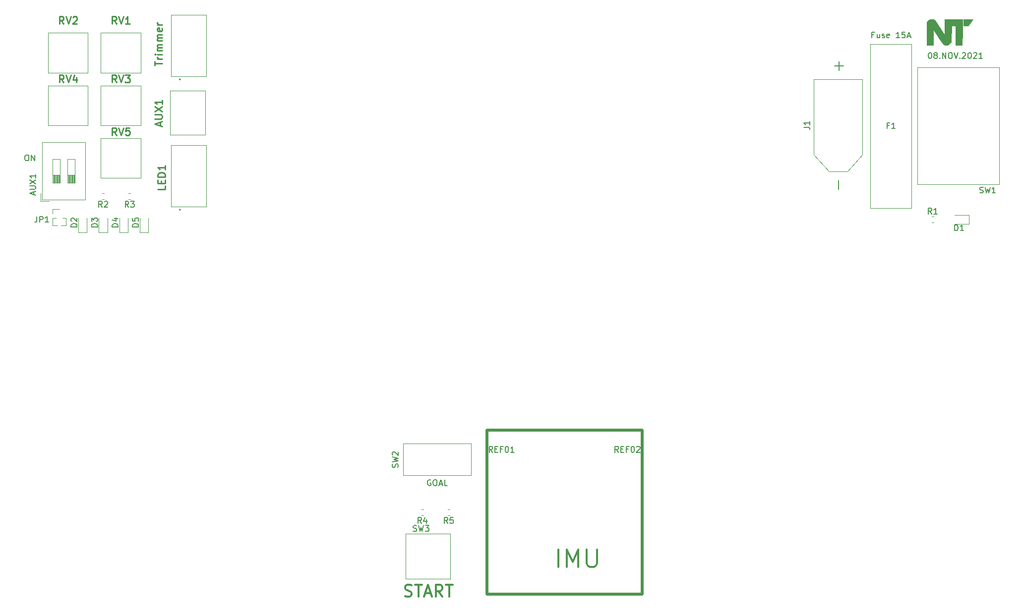
<source format=gto>
G04 #@! TF.GenerationSoftware,KiCad,Pcbnew,(5.1.6)-1*
G04 #@! TF.CreationDate,2021-11-09T00:45:41+09:00*
G04 #@! TF.ProjectId,control20211108,636f6e74-726f-46c3-9230-323131313038,V1.1*
G04 #@! TF.SameCoordinates,Original*
G04 #@! TF.FileFunction,Legend,Top*
G04 #@! TF.FilePolarity,Positive*
%FSLAX46Y46*%
G04 Gerber Fmt 4.6, Leading zero omitted, Abs format (unit mm)*
G04 Created by KiCad (PCBNEW (5.1.6)-1) date 2021-11-09 00:45:41*
%MOMM*%
%LPD*%
G01*
G04 APERTURE LIST*
%ADD10C,0.200000*%
%ADD11C,0.500000*%
%ADD12C,0.300000*%
%ADD13C,0.010000*%
%ADD14C,0.100000*%
%ADD15C,0.120000*%
%ADD16C,0.254000*%
%ADD17C,0.150000*%
%ADD18O,1.700000X2.000000*%
%ADD19C,1.251000*%
%ADD20R,1.251000X1.251000*%
%ADD21C,2.200000*%
%ADD22O,2.000000X1.700000*%
%ADD23O,1.000000X1.000000*%
%ADD24R,1.000000X1.000000*%
%ADD25C,1.524000*%
%ADD26R,1.524000X1.524000*%
%ADD27O,2.500000X1.700000*%
%ADD28R,2.500000X1.700000*%
%ADD29R,4.524000X2.524000*%
%ADD30C,1.431000*%
%ADD31C,6.000000*%
%ADD32C,4.000000*%
%ADD33O,1.600000X1.600000*%
%ADD34R,1.600000X1.600000*%
G04 APERTURE END LIST*
D10*
X196119047Y-87452380D02*
X196214285Y-87452380D01*
X196309523Y-87500000D01*
X196357142Y-87547619D01*
X196404761Y-87642857D01*
X196452380Y-87833333D01*
X196452380Y-88071428D01*
X196404761Y-88261904D01*
X196357142Y-88357142D01*
X196309523Y-88404761D01*
X196214285Y-88452380D01*
X196119047Y-88452380D01*
X196023809Y-88404761D01*
X195976190Y-88357142D01*
X195928571Y-88261904D01*
X195880952Y-88071428D01*
X195880952Y-87833333D01*
X195928571Y-87642857D01*
X195976190Y-87547619D01*
X196023809Y-87500000D01*
X196119047Y-87452380D01*
X197023809Y-87880952D02*
X196928571Y-87833333D01*
X196880952Y-87785714D01*
X196833333Y-87690476D01*
X196833333Y-87642857D01*
X196880952Y-87547619D01*
X196928571Y-87500000D01*
X197023809Y-87452380D01*
X197214285Y-87452380D01*
X197309523Y-87500000D01*
X197357142Y-87547619D01*
X197404761Y-87642857D01*
X197404761Y-87690476D01*
X197357142Y-87785714D01*
X197309523Y-87833333D01*
X197214285Y-87880952D01*
X197023809Y-87880952D01*
X196928571Y-87928571D01*
X196880952Y-87976190D01*
X196833333Y-88071428D01*
X196833333Y-88261904D01*
X196880952Y-88357142D01*
X196928571Y-88404761D01*
X197023809Y-88452380D01*
X197214285Y-88452380D01*
X197309523Y-88404761D01*
X197357142Y-88357142D01*
X197404761Y-88261904D01*
X197404761Y-88071428D01*
X197357142Y-87976190D01*
X197309523Y-87928571D01*
X197214285Y-87880952D01*
X197833333Y-88357142D02*
X197880952Y-88404761D01*
X197833333Y-88452380D01*
X197785714Y-88404761D01*
X197833333Y-88357142D01*
X197833333Y-88452380D01*
X198309523Y-88452380D02*
X198309523Y-87452380D01*
X198880952Y-88452380D01*
X198880952Y-87452380D01*
X199547619Y-87452380D02*
X199738095Y-87452380D01*
X199833333Y-87500000D01*
X199928571Y-87595238D01*
X199976190Y-87785714D01*
X199976190Y-88119047D01*
X199928571Y-88309523D01*
X199833333Y-88404761D01*
X199738095Y-88452380D01*
X199547619Y-88452380D01*
X199452380Y-88404761D01*
X199357142Y-88309523D01*
X199309523Y-88119047D01*
X199309523Y-87785714D01*
X199357142Y-87595238D01*
X199452380Y-87500000D01*
X199547619Y-87452380D01*
X200261904Y-87452380D02*
X200595238Y-88452380D01*
X200928571Y-87452380D01*
X201261904Y-88357142D02*
X201309523Y-88404761D01*
X201261904Y-88452380D01*
X201214285Y-88404761D01*
X201261904Y-88357142D01*
X201261904Y-88452380D01*
X201690476Y-87547619D02*
X201738095Y-87500000D01*
X201833333Y-87452380D01*
X202071428Y-87452380D01*
X202166666Y-87500000D01*
X202214285Y-87547619D01*
X202261904Y-87642857D01*
X202261904Y-87738095D01*
X202214285Y-87880952D01*
X201642857Y-88452380D01*
X202261904Y-88452380D01*
X202880952Y-87452380D02*
X202976190Y-87452380D01*
X203071428Y-87500000D01*
X203119047Y-87547619D01*
X203166666Y-87642857D01*
X203214285Y-87833333D01*
X203214285Y-88071428D01*
X203166666Y-88261904D01*
X203119047Y-88357142D01*
X203071428Y-88404761D01*
X202976190Y-88452380D01*
X202880952Y-88452380D01*
X202785714Y-88404761D01*
X202738095Y-88357142D01*
X202690476Y-88261904D01*
X202642857Y-88071428D01*
X202642857Y-87833333D01*
X202690476Y-87642857D01*
X202738095Y-87547619D01*
X202785714Y-87500000D01*
X202880952Y-87452380D01*
X203595238Y-87547619D02*
X203642857Y-87500000D01*
X203738095Y-87452380D01*
X203976190Y-87452380D01*
X204071428Y-87500000D01*
X204119047Y-87547619D01*
X204166666Y-87642857D01*
X204166666Y-87738095D01*
X204119047Y-87880952D01*
X203547619Y-88452380D01*
X204166666Y-88452380D01*
X205119047Y-88452380D02*
X204547619Y-88452380D01*
X204833333Y-88452380D02*
X204833333Y-87452380D01*
X204738095Y-87595238D01*
X204642857Y-87690476D01*
X204547619Y-87738095D01*
X41880952Y-104952380D02*
X42071428Y-104952380D01*
X42166666Y-105000000D01*
X42261904Y-105095238D01*
X42309523Y-105285714D01*
X42309523Y-105619047D01*
X42261904Y-105809523D01*
X42166666Y-105904761D01*
X42071428Y-105952380D01*
X41880952Y-105952380D01*
X41785714Y-105904761D01*
X41690476Y-105809523D01*
X41642857Y-105619047D01*
X41642857Y-105285714D01*
X41690476Y-105095238D01*
X41785714Y-105000000D01*
X41880952Y-104952380D01*
X42738095Y-105952380D02*
X42738095Y-104952380D01*
X43309523Y-105952380D01*
X43309523Y-104952380D01*
D11*
X120500000Y-180000000D02*
X147000000Y-180000000D01*
X120500000Y-152000000D02*
X147000000Y-152000000D01*
X120500000Y-180000000D02*
X120500000Y-152000000D01*
D12*
X132714285Y-175357142D02*
X132714285Y-172357142D01*
X134142857Y-175357142D02*
X134142857Y-172357142D01*
X135142857Y-174500000D01*
X136142857Y-172357142D01*
X136142857Y-175357142D01*
X137571428Y-172357142D02*
X137571428Y-174785714D01*
X137714285Y-175071428D01*
X137857142Y-175214285D01*
X138142857Y-175357142D01*
X138714285Y-175357142D01*
X139000000Y-175214285D01*
X139142857Y-175071428D01*
X139285714Y-174785714D01*
X139285714Y-172357142D01*
D11*
X147000000Y-152000000D02*
X147000000Y-180000000D01*
D13*
G36*
X202724382Y-82857000D02*
G01*
X201887600Y-82857000D01*
X201887600Y-81764800D01*
X203456262Y-81764800D01*
X202724382Y-82857000D01*
G37*
X202724382Y-82857000D02*
X201887600Y-82857000D01*
X201887600Y-81764800D01*
X203456262Y-81764800D01*
X202724382Y-82857000D01*
G36*
X201678189Y-83980949D02*
G01*
X201671700Y-86197100D01*
X200566800Y-86210790D01*
X200566800Y-82855641D01*
X200192150Y-82862670D01*
X199817500Y-82869700D01*
X199792100Y-85587500D01*
X199717682Y-85721825D01*
X199598744Y-85887835D01*
X199444358Y-86028561D01*
X199281885Y-86125180D01*
X199189879Y-86161224D01*
X199098556Y-86180811D01*
X198985904Y-86188038D01*
X198942181Y-86188410D01*
X198732024Y-86167469D01*
X198549144Y-86104132D01*
X198391699Y-85997632D01*
X198323967Y-85930226D01*
X198289893Y-85886334D01*
X198231337Y-85804149D01*
X198151283Y-85688115D01*
X198052716Y-85542674D01*
X197938618Y-85372270D01*
X197811974Y-85181345D01*
X197675767Y-84974342D01*
X197532981Y-84755705D01*
X197468000Y-84655667D01*
X196718700Y-83500194D01*
X196693300Y-86197100D01*
X195588400Y-86210790D01*
X195588399Y-84331648D01*
X195588433Y-83977552D01*
X195588598Y-83670587D01*
X195588989Y-83407082D01*
X195589701Y-83183368D01*
X195590828Y-82995775D01*
X195592465Y-82840632D01*
X195594708Y-82714271D01*
X195597651Y-82613021D01*
X195601388Y-82533213D01*
X195606016Y-82471176D01*
X195611628Y-82423242D01*
X195618319Y-82385740D01*
X195626185Y-82355000D01*
X195635319Y-82327353D01*
X195640565Y-82313081D01*
X195720027Y-82161437D01*
X195836816Y-82018038D01*
X195977867Y-81897591D01*
X196049451Y-81852746D01*
X196114873Y-81818581D01*
X196172023Y-81796668D01*
X196235311Y-81784314D01*
X196319151Y-81778825D01*
X196437954Y-81777506D01*
X196452000Y-81777500D01*
X196574978Y-81778552D01*
X196661589Y-81783511D01*
X196726252Y-81795072D01*
X196783385Y-81815936D01*
X196847406Y-81848801D01*
X196854813Y-81852890D01*
X196946079Y-81912249D01*
X197032159Y-81982495D01*
X197072280Y-82023324D01*
X197101323Y-82062336D01*
X197155074Y-82139738D01*
X197230683Y-82251246D01*
X197325300Y-82392573D01*
X197436076Y-82559436D01*
X197560160Y-82747548D01*
X197694702Y-82952624D01*
X197836853Y-83170379D01*
X197914066Y-83289100D01*
X198674500Y-84459832D01*
X198681072Y-83112316D01*
X198687645Y-81764800D01*
X200186162Y-81764799D01*
X201684679Y-81764799D01*
X201678189Y-83980949D01*
G37*
X201678189Y-83980949D02*
X201671700Y-86197100D01*
X200566800Y-86210790D01*
X200566800Y-82855641D01*
X200192150Y-82862670D01*
X199817500Y-82869700D01*
X199792100Y-85587500D01*
X199717682Y-85721825D01*
X199598744Y-85887835D01*
X199444358Y-86028561D01*
X199281885Y-86125180D01*
X199189879Y-86161224D01*
X199098556Y-86180811D01*
X198985904Y-86188038D01*
X198942181Y-86188410D01*
X198732024Y-86167469D01*
X198549144Y-86104132D01*
X198391699Y-85997632D01*
X198323967Y-85930226D01*
X198289893Y-85886334D01*
X198231337Y-85804149D01*
X198151283Y-85688115D01*
X198052716Y-85542674D01*
X197938618Y-85372270D01*
X197811974Y-85181345D01*
X197675767Y-84974342D01*
X197532981Y-84755705D01*
X197468000Y-84655667D01*
X196718700Y-83500194D01*
X196693300Y-86197100D01*
X195588400Y-86210790D01*
X195588399Y-84331648D01*
X195588433Y-83977552D01*
X195588598Y-83670587D01*
X195588989Y-83407082D01*
X195589701Y-83183368D01*
X195590828Y-82995775D01*
X195592465Y-82840632D01*
X195594708Y-82714271D01*
X195597651Y-82613021D01*
X195601388Y-82533213D01*
X195606016Y-82471176D01*
X195611628Y-82423242D01*
X195618319Y-82385740D01*
X195626185Y-82355000D01*
X195635319Y-82327353D01*
X195640565Y-82313081D01*
X195720027Y-82161437D01*
X195836816Y-82018038D01*
X195977867Y-81897591D01*
X196049451Y-81852746D01*
X196114873Y-81818581D01*
X196172023Y-81796668D01*
X196235311Y-81784314D01*
X196319151Y-81778825D01*
X196437954Y-81777506D01*
X196452000Y-81777500D01*
X196574978Y-81778552D01*
X196661589Y-81783511D01*
X196726252Y-81795072D01*
X196783385Y-81815936D01*
X196847406Y-81848801D01*
X196854813Y-81852890D01*
X196946079Y-81912249D01*
X197032159Y-81982495D01*
X197072280Y-82023324D01*
X197101323Y-82062336D01*
X197155074Y-82139738D01*
X197230683Y-82251246D01*
X197325300Y-82392573D01*
X197436076Y-82559436D01*
X197560160Y-82747548D01*
X197694702Y-82952624D01*
X197836853Y-83170379D01*
X197914066Y-83289100D01*
X198674500Y-84459832D01*
X198681072Y-83112316D01*
X198687645Y-81764800D01*
X200186162Y-81764799D01*
X201684679Y-81764799D01*
X201678189Y-83980949D01*
D14*
X72400000Y-101500000D02*
X66400000Y-101500000D01*
X72400000Y-94000000D02*
X72400000Y-101500000D01*
X66400000Y-94000000D02*
X72400000Y-94000000D01*
X66400000Y-101500000D02*
X66400000Y-94000000D01*
D10*
X68200000Y-92050000D02*
X68200000Y-92050000D01*
X68000000Y-92050000D02*
X68000000Y-92050000D01*
D14*
X72600000Y-91500000D02*
X66600000Y-91500000D01*
X72600000Y-81000000D02*
X72600000Y-91500000D01*
X66600000Y-81000000D02*
X72600000Y-81000000D01*
X66600000Y-91500000D02*
X66600000Y-81000000D01*
D10*
X68000000Y-92050000D02*
G75*
G02*
X68200000Y-92050000I100000J0D01*
G01*
X68200000Y-92050000D02*
G75*
G02*
X68000000Y-92050000I-100000J0D01*
G01*
X68200000Y-114300000D02*
X68200000Y-114300000D01*
X68000000Y-114300000D02*
X68000000Y-114300000D01*
D14*
X72600000Y-113750000D02*
X66600000Y-113750000D01*
X72600000Y-103250000D02*
X72600000Y-113750000D01*
X66600000Y-103250000D02*
X72600000Y-103250000D01*
X66600000Y-113750000D02*
X66600000Y-103250000D01*
D10*
X68000000Y-114300000D02*
G75*
G02*
X68200000Y-114300000I100000J0D01*
G01*
X68200000Y-114300000D02*
G75*
G02*
X68000000Y-114300000I-100000J0D01*
G01*
D15*
X46390000Y-114240000D02*
X47500000Y-114240000D01*
X46390000Y-115000000D02*
X46390000Y-114240000D01*
X48063471Y-115760000D02*
X48610000Y-115760000D01*
X46390000Y-115760000D02*
X46936529Y-115760000D01*
X48610000Y-115760000D02*
X48610000Y-116965000D01*
X46390000Y-115760000D02*
X46390000Y-116965000D01*
X47807530Y-116965000D02*
X48610000Y-116965000D01*
X46390000Y-116965000D02*
X47192470Y-116965000D01*
X62735000Y-118160000D02*
X62735000Y-115700000D01*
X61265000Y-118160000D02*
X62735000Y-118160000D01*
X61265000Y-115700000D02*
X61265000Y-118160000D01*
X59235000Y-118160000D02*
X59235000Y-115700000D01*
X57765000Y-118160000D02*
X59235000Y-118160000D01*
X57765000Y-115700000D02*
X57765000Y-118160000D01*
X55735000Y-118160000D02*
X55735000Y-115700000D01*
X54265000Y-118160000D02*
X55735000Y-118160000D01*
X54265000Y-115700000D02*
X54265000Y-118160000D01*
X52235000Y-118160000D02*
X52235000Y-115700000D01*
X50765000Y-118160000D02*
X52235000Y-118160000D01*
X50765000Y-115700000D02*
X50765000Y-118160000D01*
X106658880Y-177400800D02*
X114223000Y-177400800D01*
X106658880Y-169679200D02*
X114223000Y-169679200D01*
X106658880Y-177400800D02*
X106658880Y-169679200D01*
X114223000Y-169730000D02*
X114223000Y-177451600D01*
D14*
X106200000Y-159700000D02*
X117800000Y-159700000D01*
X117800000Y-159700000D02*
X117800000Y-154300000D01*
X117800000Y-154300000D02*
X106200000Y-154300000D01*
X106200000Y-154300000D02*
X106200000Y-159700000D01*
D15*
X194000000Y-90000000D02*
X208000000Y-90000000D01*
X208000000Y-90000000D02*
X208000000Y-110000000D01*
X208000000Y-110000000D02*
X194000000Y-110000000D01*
X194000000Y-110000000D02*
X194000000Y-90000000D01*
D14*
X54600000Y-102100000D02*
X61400000Y-102100000D01*
X61400000Y-102100000D02*
X61400000Y-108900000D01*
X61400000Y-108900000D02*
X54600000Y-108900000D01*
X54600000Y-108900000D02*
X54600000Y-102100000D01*
X45600000Y-93100000D02*
X52400000Y-93100000D01*
X52400000Y-93100000D02*
X52400000Y-99900000D01*
X52400000Y-99900000D02*
X45600000Y-99900000D01*
X45600000Y-99900000D02*
X45600000Y-93100000D01*
X54600000Y-93100000D02*
X61400000Y-93100000D01*
X61400000Y-93100000D02*
X61400000Y-99900000D01*
X61400000Y-99900000D02*
X54600000Y-99900000D01*
X54600000Y-99900000D02*
X54600000Y-93100000D01*
X45600000Y-84100000D02*
X52400000Y-84100000D01*
X52400000Y-84100000D02*
X52400000Y-90900000D01*
X52400000Y-90900000D02*
X45600000Y-90900000D01*
X45600000Y-90900000D02*
X45600000Y-84100000D01*
X54600000Y-84100000D02*
X61400000Y-84100000D01*
X61400000Y-84100000D02*
X61400000Y-90900000D01*
X61400000Y-90900000D02*
X54600000Y-90900000D01*
X54600000Y-90900000D02*
X54600000Y-84100000D01*
D15*
X114171267Y-166510000D02*
X113828733Y-166510000D01*
X114171267Y-165490000D02*
X113828733Y-165490000D01*
X109671267Y-166510000D02*
X109328733Y-166510000D01*
X109671267Y-165490000D02*
X109328733Y-165490000D01*
X59671267Y-112510000D02*
X59328733Y-112510000D01*
X59671267Y-111490000D02*
X59328733Y-111490000D01*
X55171267Y-112510000D02*
X54828733Y-112510000D01*
X55171267Y-111490000D02*
X54828733Y-111490000D01*
X196453733Y-115490000D02*
X196796267Y-115490000D01*
X196453733Y-116510000D02*
X196796267Y-116510000D01*
X182050000Y-107750000D02*
X184650000Y-104900000D01*
X176350000Y-104900000D02*
X178900000Y-107750000D01*
X184650000Y-92050000D02*
X176350000Y-92050000D01*
X184650000Y-104900000D02*
X184650000Y-92050000D01*
X178900000Y-107750000D02*
X182050000Y-107750000D01*
X176350000Y-92050000D02*
X176350000Y-104900000D01*
X189500000Y-114000000D02*
X186000000Y-114000000D01*
X186000000Y-114000000D02*
X186000000Y-86000000D01*
X186000000Y-86000000D02*
X193000000Y-86000000D01*
X193000000Y-86000000D02*
X193000000Y-114000000D01*
X193000000Y-114000000D02*
X189500000Y-114000000D01*
X200325000Y-116735000D02*
X202785000Y-116735000D01*
X202785000Y-116735000D02*
X202785000Y-115265000D01*
X202785000Y-115265000D02*
X200325000Y-115265000D01*
X44580000Y-112640000D02*
X44580000Y-102740000D01*
X51960000Y-112640000D02*
X51960000Y-102740000D01*
X44580000Y-112640000D02*
X51960000Y-112640000D01*
X44580000Y-102740000D02*
X51960000Y-102740000D01*
X44340000Y-112880000D02*
X44340000Y-111496000D01*
X44340000Y-112880000D02*
X45723000Y-112880000D01*
X46365000Y-109720000D02*
X47635000Y-109720000D01*
X47635000Y-109720000D02*
X47635000Y-105660000D01*
X47635000Y-105660000D02*
X46365000Y-105660000D01*
X46365000Y-105660000D02*
X46365000Y-109720000D01*
X46485000Y-109720000D02*
X46485000Y-108366667D01*
X46605000Y-109720000D02*
X46605000Y-108366667D01*
X46725000Y-109720000D02*
X46725000Y-108366667D01*
X46845000Y-109720000D02*
X46845000Y-108366667D01*
X46965000Y-109720000D02*
X46965000Y-108366667D01*
X47085000Y-109720000D02*
X47085000Y-108366667D01*
X47205000Y-109720000D02*
X47205000Y-108366667D01*
X47325000Y-109720000D02*
X47325000Y-108366667D01*
X47445000Y-109720000D02*
X47445000Y-108366667D01*
X47565000Y-109720000D02*
X47565000Y-108366667D01*
X46365000Y-108366667D02*
X47635000Y-108366667D01*
X48905000Y-109720000D02*
X50175000Y-109720000D01*
X50175000Y-109720000D02*
X50175000Y-105660000D01*
X50175000Y-105660000D02*
X48905000Y-105660000D01*
X48905000Y-105660000D02*
X48905000Y-109720000D01*
X49025000Y-109720000D02*
X49025000Y-108366667D01*
X49145000Y-109720000D02*
X49145000Y-108366667D01*
X49265000Y-109720000D02*
X49265000Y-108366667D01*
X49385000Y-109720000D02*
X49385000Y-108366667D01*
X49505000Y-109720000D02*
X49505000Y-108366667D01*
X49625000Y-109720000D02*
X49625000Y-108366667D01*
X49745000Y-109720000D02*
X49745000Y-108366667D01*
X49865000Y-109720000D02*
X49865000Y-108366667D01*
X49985000Y-109720000D02*
X49985000Y-108366667D01*
X50105000Y-109720000D02*
X50105000Y-108366667D01*
X48905000Y-108366667D02*
X50175000Y-108366667D01*
D16*
X64711666Y-99927142D02*
X64711666Y-99322380D01*
X65074523Y-100048095D02*
X63804523Y-99624761D01*
X65074523Y-99201428D01*
X63804523Y-98778095D02*
X64832619Y-98778095D01*
X64953571Y-98717619D01*
X65014047Y-98657142D01*
X65074523Y-98536190D01*
X65074523Y-98294285D01*
X65014047Y-98173333D01*
X64953571Y-98112857D01*
X64832619Y-98052380D01*
X63804523Y-98052380D01*
X63804523Y-97568571D02*
X65074523Y-96721904D01*
X63804523Y-96721904D02*
X65074523Y-97568571D01*
X65074523Y-95572857D02*
X65074523Y-96298571D01*
X65074523Y-95935714D02*
X63804523Y-95935714D01*
X63985952Y-96056666D01*
X64106904Y-96177619D01*
X64167380Y-96298571D01*
X63804523Y-89689047D02*
X63804523Y-88963333D01*
X65074523Y-89326190D02*
X63804523Y-89326190D01*
X65074523Y-88540000D02*
X64227857Y-88540000D01*
X64469761Y-88540000D02*
X64348809Y-88479523D01*
X64288333Y-88419047D01*
X64227857Y-88298095D01*
X64227857Y-88177142D01*
X65074523Y-87753809D02*
X64227857Y-87753809D01*
X63804523Y-87753809D02*
X63865000Y-87814285D01*
X63925476Y-87753809D01*
X63865000Y-87693333D01*
X63804523Y-87753809D01*
X63925476Y-87753809D01*
X65074523Y-87149047D02*
X64227857Y-87149047D01*
X64348809Y-87149047D02*
X64288333Y-87088571D01*
X64227857Y-86967619D01*
X64227857Y-86786190D01*
X64288333Y-86665238D01*
X64409285Y-86604761D01*
X65074523Y-86604761D01*
X64409285Y-86604761D02*
X64288333Y-86544285D01*
X64227857Y-86423333D01*
X64227857Y-86241904D01*
X64288333Y-86120952D01*
X64409285Y-86060476D01*
X65074523Y-86060476D01*
X65074523Y-85455714D02*
X64227857Y-85455714D01*
X64348809Y-85455714D02*
X64288333Y-85395238D01*
X64227857Y-85274285D01*
X64227857Y-85092857D01*
X64288333Y-84971904D01*
X64409285Y-84911428D01*
X65074523Y-84911428D01*
X64409285Y-84911428D02*
X64288333Y-84850952D01*
X64227857Y-84730000D01*
X64227857Y-84548571D01*
X64288333Y-84427619D01*
X64409285Y-84367142D01*
X65074523Y-84367142D01*
X65014047Y-83278571D02*
X65074523Y-83399523D01*
X65074523Y-83641428D01*
X65014047Y-83762380D01*
X64893095Y-83822857D01*
X64409285Y-83822857D01*
X64288333Y-83762380D01*
X64227857Y-83641428D01*
X64227857Y-83399523D01*
X64288333Y-83278571D01*
X64409285Y-83218095D01*
X64530238Y-83218095D01*
X64651190Y-83822857D01*
X65074523Y-82673809D02*
X64227857Y-82673809D01*
X64469761Y-82673809D02*
X64348809Y-82613333D01*
X64288333Y-82552857D01*
X64227857Y-82431904D01*
X64227857Y-82310952D01*
X65574523Y-110246190D02*
X65574523Y-110850952D01*
X64304523Y-110850952D01*
X64909285Y-109822857D02*
X64909285Y-109399523D01*
X65574523Y-109218095D02*
X65574523Y-109822857D01*
X64304523Y-109822857D01*
X64304523Y-109218095D01*
X65574523Y-108673809D02*
X64304523Y-108673809D01*
X64304523Y-108371428D01*
X64365000Y-108190000D01*
X64485952Y-108069047D01*
X64606904Y-108008571D01*
X64848809Y-107948095D01*
X65030238Y-107948095D01*
X65272142Y-108008571D01*
X65393095Y-108069047D01*
X65514047Y-108190000D01*
X65574523Y-108371428D01*
X65574523Y-108673809D01*
X65574523Y-106738571D02*
X65574523Y-107464285D01*
X65574523Y-107101428D02*
X64304523Y-107101428D01*
X64485952Y-107222380D01*
X64606904Y-107343333D01*
X64667380Y-107464285D01*
D17*
X121476190Y-155752380D02*
X121142857Y-155276190D01*
X120904761Y-155752380D02*
X120904761Y-154752380D01*
X121285714Y-154752380D01*
X121380952Y-154800000D01*
X121428571Y-154847619D01*
X121476190Y-154942857D01*
X121476190Y-155085714D01*
X121428571Y-155180952D01*
X121380952Y-155228571D01*
X121285714Y-155276190D01*
X120904761Y-155276190D01*
X121904761Y-155228571D02*
X122238095Y-155228571D01*
X122380952Y-155752380D02*
X121904761Y-155752380D01*
X121904761Y-154752380D01*
X122380952Y-154752380D01*
X123142857Y-155228571D02*
X122809523Y-155228571D01*
X122809523Y-155752380D02*
X122809523Y-154752380D01*
X123285714Y-154752380D01*
X123857142Y-154752380D02*
X123952380Y-154752380D01*
X124047619Y-154800000D01*
X124095238Y-154847619D01*
X124142857Y-154942857D01*
X124190476Y-155133333D01*
X124190476Y-155371428D01*
X124142857Y-155561904D01*
X124095238Y-155657142D01*
X124047619Y-155704761D01*
X123952380Y-155752380D01*
X123857142Y-155752380D01*
X123761904Y-155704761D01*
X123714285Y-155657142D01*
X123666666Y-155561904D01*
X123619047Y-155371428D01*
X123619047Y-155133333D01*
X123666666Y-154942857D01*
X123714285Y-154847619D01*
X123761904Y-154800000D01*
X123857142Y-154752380D01*
X125142857Y-155752380D02*
X124571428Y-155752380D01*
X124857142Y-155752380D02*
X124857142Y-154752380D01*
X124761904Y-154895238D01*
X124666666Y-154990476D01*
X124571428Y-155038095D01*
X142976190Y-155752380D02*
X142642857Y-155276190D01*
X142404761Y-155752380D02*
X142404761Y-154752380D01*
X142785714Y-154752380D01*
X142880952Y-154800000D01*
X142928571Y-154847619D01*
X142976190Y-154942857D01*
X142976190Y-155085714D01*
X142928571Y-155180952D01*
X142880952Y-155228571D01*
X142785714Y-155276190D01*
X142404761Y-155276190D01*
X143404761Y-155228571D02*
X143738095Y-155228571D01*
X143880952Y-155752380D02*
X143404761Y-155752380D01*
X143404761Y-154752380D01*
X143880952Y-154752380D01*
X144642857Y-155228571D02*
X144309523Y-155228571D01*
X144309523Y-155752380D02*
X144309523Y-154752380D01*
X144785714Y-154752380D01*
X145357142Y-154752380D02*
X145452380Y-154752380D01*
X145547619Y-154800000D01*
X145595238Y-154847619D01*
X145642857Y-154942857D01*
X145690476Y-155133333D01*
X145690476Y-155371428D01*
X145642857Y-155561904D01*
X145595238Y-155657142D01*
X145547619Y-155704761D01*
X145452380Y-155752380D01*
X145357142Y-155752380D01*
X145261904Y-155704761D01*
X145214285Y-155657142D01*
X145166666Y-155561904D01*
X145119047Y-155371428D01*
X145119047Y-155133333D01*
X145166666Y-154942857D01*
X145214285Y-154847619D01*
X145261904Y-154800000D01*
X145357142Y-154752380D01*
X146071428Y-154847619D02*
X146119047Y-154800000D01*
X146214285Y-154752380D01*
X146452380Y-154752380D01*
X146547619Y-154800000D01*
X146595238Y-154847619D01*
X146642857Y-154942857D01*
X146642857Y-155038095D01*
X146595238Y-155180952D01*
X146023809Y-155752380D01*
X146642857Y-155752380D01*
X43666666Y-115452380D02*
X43666666Y-116166666D01*
X43619047Y-116309523D01*
X43523809Y-116404761D01*
X43380952Y-116452380D01*
X43285714Y-116452380D01*
X44142857Y-116452380D02*
X44142857Y-115452380D01*
X44523809Y-115452380D01*
X44619047Y-115500000D01*
X44666666Y-115547619D01*
X44714285Y-115642857D01*
X44714285Y-115785714D01*
X44666666Y-115880952D01*
X44619047Y-115928571D01*
X44523809Y-115976190D01*
X44142857Y-115976190D01*
X45666666Y-116452380D02*
X45095238Y-116452380D01*
X45380952Y-116452380D02*
X45380952Y-115452380D01*
X45285714Y-115595238D01*
X45190476Y-115690476D01*
X45095238Y-115738095D01*
X61022380Y-117238095D02*
X60022380Y-117238095D01*
X60022380Y-117000000D01*
X60070000Y-116857142D01*
X60165238Y-116761904D01*
X60260476Y-116714285D01*
X60450952Y-116666666D01*
X60593809Y-116666666D01*
X60784285Y-116714285D01*
X60879523Y-116761904D01*
X60974761Y-116857142D01*
X61022380Y-117000000D01*
X61022380Y-117238095D01*
X60022380Y-115761904D02*
X60022380Y-116238095D01*
X60498571Y-116285714D01*
X60450952Y-116238095D01*
X60403333Y-116142857D01*
X60403333Y-115904761D01*
X60450952Y-115809523D01*
X60498571Y-115761904D01*
X60593809Y-115714285D01*
X60831904Y-115714285D01*
X60927142Y-115761904D01*
X60974761Y-115809523D01*
X61022380Y-115904761D01*
X61022380Y-116142857D01*
X60974761Y-116238095D01*
X60927142Y-116285714D01*
X57522380Y-117238095D02*
X56522380Y-117238095D01*
X56522380Y-117000000D01*
X56570000Y-116857142D01*
X56665238Y-116761904D01*
X56760476Y-116714285D01*
X56950952Y-116666666D01*
X57093809Y-116666666D01*
X57284285Y-116714285D01*
X57379523Y-116761904D01*
X57474761Y-116857142D01*
X57522380Y-117000000D01*
X57522380Y-117238095D01*
X56855714Y-115809523D02*
X57522380Y-115809523D01*
X56474761Y-116047619D02*
X57189047Y-116285714D01*
X57189047Y-115666666D01*
X54022380Y-117238095D02*
X53022380Y-117238095D01*
X53022380Y-117000000D01*
X53070000Y-116857142D01*
X53165238Y-116761904D01*
X53260476Y-116714285D01*
X53450952Y-116666666D01*
X53593809Y-116666666D01*
X53784285Y-116714285D01*
X53879523Y-116761904D01*
X53974761Y-116857142D01*
X54022380Y-117000000D01*
X54022380Y-117238095D01*
X53022380Y-116333333D02*
X53022380Y-115714285D01*
X53403333Y-116047619D01*
X53403333Y-115904761D01*
X53450952Y-115809523D01*
X53498571Y-115761904D01*
X53593809Y-115714285D01*
X53831904Y-115714285D01*
X53927142Y-115761904D01*
X53974761Y-115809523D01*
X54022380Y-115904761D01*
X54022380Y-116190476D01*
X53974761Y-116285714D01*
X53927142Y-116333333D01*
X50522380Y-117238095D02*
X49522380Y-117238095D01*
X49522380Y-117000000D01*
X49570000Y-116857142D01*
X49665238Y-116761904D01*
X49760476Y-116714285D01*
X49950952Y-116666666D01*
X50093809Y-116666666D01*
X50284285Y-116714285D01*
X50379523Y-116761904D01*
X50474761Y-116857142D01*
X50522380Y-117000000D01*
X50522380Y-117238095D01*
X49617619Y-116285714D02*
X49570000Y-116238095D01*
X49522380Y-116142857D01*
X49522380Y-115904761D01*
X49570000Y-115809523D01*
X49617619Y-115761904D01*
X49712857Y-115714285D01*
X49808095Y-115714285D01*
X49950952Y-115761904D01*
X50522380Y-116333333D01*
X50522380Y-115714285D01*
X107936666Y-169204761D02*
X108079523Y-169252380D01*
X108317619Y-169252380D01*
X108412857Y-169204761D01*
X108460476Y-169157142D01*
X108508095Y-169061904D01*
X108508095Y-168966666D01*
X108460476Y-168871428D01*
X108412857Y-168823809D01*
X108317619Y-168776190D01*
X108127142Y-168728571D01*
X108031904Y-168680952D01*
X107984285Y-168633333D01*
X107936666Y-168538095D01*
X107936666Y-168442857D01*
X107984285Y-168347619D01*
X108031904Y-168300000D01*
X108127142Y-168252380D01*
X108365238Y-168252380D01*
X108508095Y-168300000D01*
X108841428Y-168252380D02*
X109079523Y-169252380D01*
X109270000Y-168538095D01*
X109460476Y-169252380D01*
X109698571Y-168252380D01*
X109984285Y-168252380D02*
X110603333Y-168252380D01*
X110270000Y-168633333D01*
X110412857Y-168633333D01*
X110508095Y-168680952D01*
X110555714Y-168728571D01*
X110603333Y-168823809D01*
X110603333Y-169061904D01*
X110555714Y-169157142D01*
X110508095Y-169204761D01*
X110412857Y-169252380D01*
X110127142Y-169252380D01*
X110031904Y-169204761D01*
X109984285Y-169157142D01*
D12*
X106547619Y-180309523D02*
X106833333Y-180404761D01*
X107309523Y-180404761D01*
X107500000Y-180309523D01*
X107595238Y-180214285D01*
X107690476Y-180023809D01*
X107690476Y-179833333D01*
X107595238Y-179642857D01*
X107500000Y-179547619D01*
X107309523Y-179452380D01*
X106928571Y-179357142D01*
X106738095Y-179261904D01*
X106642857Y-179166666D01*
X106547619Y-178976190D01*
X106547619Y-178785714D01*
X106642857Y-178595238D01*
X106738095Y-178500000D01*
X106928571Y-178404761D01*
X107404761Y-178404761D01*
X107690476Y-178500000D01*
X108261904Y-178404761D02*
X109404761Y-178404761D01*
X108833333Y-180404761D02*
X108833333Y-178404761D01*
X109976190Y-179833333D02*
X110928571Y-179833333D01*
X109785714Y-180404761D02*
X110452380Y-178404761D01*
X111119047Y-180404761D01*
X112928571Y-180404761D02*
X112261904Y-179452380D01*
X111785714Y-180404761D02*
X111785714Y-178404761D01*
X112547619Y-178404761D01*
X112738095Y-178500000D01*
X112833333Y-178595238D01*
X112928571Y-178785714D01*
X112928571Y-179071428D01*
X112833333Y-179261904D01*
X112738095Y-179357142D01*
X112547619Y-179452380D01*
X111785714Y-179452380D01*
X113500000Y-178404761D02*
X114642857Y-178404761D01*
X114071428Y-180404761D02*
X114071428Y-178404761D01*
D17*
X105304761Y-158333333D02*
X105352380Y-158190476D01*
X105352380Y-157952380D01*
X105304761Y-157857142D01*
X105257142Y-157809523D01*
X105161904Y-157761904D01*
X105066666Y-157761904D01*
X104971428Y-157809523D01*
X104923809Y-157857142D01*
X104876190Y-157952380D01*
X104828571Y-158142857D01*
X104780952Y-158238095D01*
X104733333Y-158285714D01*
X104638095Y-158333333D01*
X104542857Y-158333333D01*
X104447619Y-158285714D01*
X104400000Y-158238095D01*
X104352380Y-158142857D01*
X104352380Y-157904761D01*
X104400000Y-157761904D01*
X104352380Y-157428571D02*
X105352380Y-157190476D01*
X104638095Y-157000000D01*
X105352380Y-156809523D01*
X104352380Y-156571428D01*
X104447619Y-156238095D02*
X104400000Y-156190476D01*
X104352380Y-156095238D01*
X104352380Y-155857142D01*
X104400000Y-155761904D01*
X104447619Y-155714285D01*
X104542857Y-155666666D01*
X104638095Y-155666666D01*
X104780952Y-155714285D01*
X105352380Y-156285714D01*
X105352380Y-155666666D01*
X110904761Y-160500000D02*
X110809523Y-160452380D01*
X110666666Y-160452380D01*
X110523809Y-160500000D01*
X110428571Y-160595238D01*
X110380952Y-160690476D01*
X110333333Y-160880952D01*
X110333333Y-161023809D01*
X110380952Y-161214285D01*
X110428571Y-161309523D01*
X110523809Y-161404761D01*
X110666666Y-161452380D01*
X110761904Y-161452380D01*
X110904761Y-161404761D01*
X110952380Y-161357142D01*
X110952380Y-161023809D01*
X110761904Y-161023809D01*
X111571428Y-160452380D02*
X111761904Y-160452380D01*
X111857142Y-160500000D01*
X111952380Y-160595238D01*
X112000000Y-160785714D01*
X112000000Y-161119047D01*
X111952380Y-161309523D01*
X111857142Y-161404761D01*
X111761904Y-161452380D01*
X111571428Y-161452380D01*
X111476190Y-161404761D01*
X111380952Y-161309523D01*
X111333333Y-161119047D01*
X111333333Y-160785714D01*
X111380952Y-160595238D01*
X111476190Y-160500000D01*
X111571428Y-160452380D01*
X112380952Y-161166666D02*
X112857142Y-161166666D01*
X112285714Y-161452380D02*
X112619047Y-160452380D01*
X112952380Y-161452380D01*
X113761904Y-161452380D02*
X113285714Y-161452380D01*
X113285714Y-160452380D01*
X204666666Y-111404761D02*
X204809523Y-111452380D01*
X205047619Y-111452380D01*
X205142857Y-111404761D01*
X205190476Y-111357142D01*
X205238095Y-111261904D01*
X205238095Y-111166666D01*
X205190476Y-111071428D01*
X205142857Y-111023809D01*
X205047619Y-110976190D01*
X204857142Y-110928571D01*
X204761904Y-110880952D01*
X204714285Y-110833333D01*
X204666666Y-110738095D01*
X204666666Y-110642857D01*
X204714285Y-110547619D01*
X204761904Y-110500000D01*
X204857142Y-110452380D01*
X205095238Y-110452380D01*
X205238095Y-110500000D01*
X205571428Y-110452380D02*
X205809523Y-111452380D01*
X206000000Y-110738095D01*
X206190476Y-111452380D01*
X206428571Y-110452380D01*
X207333333Y-111452380D02*
X206761904Y-111452380D01*
X207047619Y-111452380D02*
X207047619Y-110452380D01*
X206952380Y-110595238D01*
X206857142Y-110690476D01*
X206761904Y-110738095D01*
D16*
X57244047Y-101574523D02*
X56820714Y-100969761D01*
X56518333Y-101574523D02*
X56518333Y-100304523D01*
X57002142Y-100304523D01*
X57123095Y-100365000D01*
X57183571Y-100425476D01*
X57244047Y-100546428D01*
X57244047Y-100727857D01*
X57183571Y-100848809D01*
X57123095Y-100909285D01*
X57002142Y-100969761D01*
X56518333Y-100969761D01*
X57606904Y-100304523D02*
X58030238Y-101574523D01*
X58453571Y-100304523D01*
X59481666Y-100304523D02*
X58876904Y-100304523D01*
X58816428Y-100909285D01*
X58876904Y-100848809D01*
X58997857Y-100788333D01*
X59300238Y-100788333D01*
X59421190Y-100848809D01*
X59481666Y-100909285D01*
X59542142Y-101030238D01*
X59542142Y-101332619D01*
X59481666Y-101453571D01*
X59421190Y-101514047D01*
X59300238Y-101574523D01*
X58997857Y-101574523D01*
X58876904Y-101514047D01*
X58816428Y-101453571D01*
X48244047Y-92574523D02*
X47820714Y-91969761D01*
X47518333Y-92574523D02*
X47518333Y-91304523D01*
X48002142Y-91304523D01*
X48123095Y-91365000D01*
X48183571Y-91425476D01*
X48244047Y-91546428D01*
X48244047Y-91727857D01*
X48183571Y-91848809D01*
X48123095Y-91909285D01*
X48002142Y-91969761D01*
X47518333Y-91969761D01*
X48606904Y-91304523D02*
X49030238Y-92574523D01*
X49453571Y-91304523D01*
X50421190Y-91727857D02*
X50421190Y-92574523D01*
X50118809Y-91244047D02*
X49816428Y-92151190D01*
X50602619Y-92151190D01*
X57244047Y-92574523D02*
X56820714Y-91969761D01*
X56518333Y-92574523D02*
X56518333Y-91304523D01*
X57002142Y-91304523D01*
X57123095Y-91365000D01*
X57183571Y-91425476D01*
X57244047Y-91546428D01*
X57244047Y-91727857D01*
X57183571Y-91848809D01*
X57123095Y-91909285D01*
X57002142Y-91969761D01*
X56518333Y-91969761D01*
X57606904Y-91304523D02*
X58030238Y-92574523D01*
X58453571Y-91304523D01*
X58755952Y-91304523D02*
X59542142Y-91304523D01*
X59118809Y-91788333D01*
X59300238Y-91788333D01*
X59421190Y-91848809D01*
X59481666Y-91909285D01*
X59542142Y-92030238D01*
X59542142Y-92332619D01*
X59481666Y-92453571D01*
X59421190Y-92514047D01*
X59300238Y-92574523D01*
X58937380Y-92574523D01*
X58816428Y-92514047D01*
X58755952Y-92453571D01*
X48244047Y-82574523D02*
X47820714Y-81969761D01*
X47518333Y-82574523D02*
X47518333Y-81304523D01*
X48002142Y-81304523D01*
X48123095Y-81365000D01*
X48183571Y-81425476D01*
X48244047Y-81546428D01*
X48244047Y-81727857D01*
X48183571Y-81848809D01*
X48123095Y-81909285D01*
X48002142Y-81969761D01*
X47518333Y-81969761D01*
X48606904Y-81304523D02*
X49030238Y-82574523D01*
X49453571Y-81304523D01*
X49816428Y-81425476D02*
X49876904Y-81365000D01*
X49997857Y-81304523D01*
X50300238Y-81304523D01*
X50421190Y-81365000D01*
X50481666Y-81425476D01*
X50542142Y-81546428D01*
X50542142Y-81667380D01*
X50481666Y-81848809D01*
X49755952Y-82574523D01*
X50542142Y-82574523D01*
X57244047Y-82574523D02*
X56820714Y-81969761D01*
X56518333Y-82574523D02*
X56518333Y-81304523D01*
X57002142Y-81304523D01*
X57123095Y-81365000D01*
X57183571Y-81425476D01*
X57244047Y-81546428D01*
X57244047Y-81727857D01*
X57183571Y-81848809D01*
X57123095Y-81909285D01*
X57002142Y-81969761D01*
X56518333Y-81969761D01*
X57606904Y-81304523D02*
X58030238Y-82574523D01*
X58453571Y-81304523D01*
X59542142Y-82574523D02*
X58816428Y-82574523D01*
X59179285Y-82574523D02*
X59179285Y-81304523D01*
X59058333Y-81485952D01*
X58937380Y-81606904D01*
X58816428Y-81667380D01*
D17*
X113833333Y-167882380D02*
X113500000Y-167406190D01*
X113261904Y-167882380D02*
X113261904Y-166882380D01*
X113642857Y-166882380D01*
X113738095Y-166930000D01*
X113785714Y-166977619D01*
X113833333Y-167072857D01*
X113833333Y-167215714D01*
X113785714Y-167310952D01*
X113738095Y-167358571D01*
X113642857Y-167406190D01*
X113261904Y-167406190D01*
X114738095Y-166882380D02*
X114261904Y-166882380D01*
X114214285Y-167358571D01*
X114261904Y-167310952D01*
X114357142Y-167263333D01*
X114595238Y-167263333D01*
X114690476Y-167310952D01*
X114738095Y-167358571D01*
X114785714Y-167453809D01*
X114785714Y-167691904D01*
X114738095Y-167787142D01*
X114690476Y-167834761D01*
X114595238Y-167882380D01*
X114357142Y-167882380D01*
X114261904Y-167834761D01*
X114214285Y-167787142D01*
X109333333Y-167882380D02*
X109000000Y-167406190D01*
X108761904Y-167882380D02*
X108761904Y-166882380D01*
X109142857Y-166882380D01*
X109238095Y-166930000D01*
X109285714Y-166977619D01*
X109333333Y-167072857D01*
X109333333Y-167215714D01*
X109285714Y-167310952D01*
X109238095Y-167358571D01*
X109142857Y-167406190D01*
X108761904Y-167406190D01*
X110190476Y-167215714D02*
X110190476Y-167882380D01*
X109952380Y-166834761D02*
X109714285Y-167549047D01*
X110333333Y-167549047D01*
X59333333Y-113882380D02*
X59000000Y-113406190D01*
X58761904Y-113882380D02*
X58761904Y-112882380D01*
X59142857Y-112882380D01*
X59238095Y-112930000D01*
X59285714Y-112977619D01*
X59333333Y-113072857D01*
X59333333Y-113215714D01*
X59285714Y-113310952D01*
X59238095Y-113358571D01*
X59142857Y-113406190D01*
X58761904Y-113406190D01*
X59666666Y-112882380D02*
X60285714Y-112882380D01*
X59952380Y-113263333D01*
X60095238Y-113263333D01*
X60190476Y-113310952D01*
X60238095Y-113358571D01*
X60285714Y-113453809D01*
X60285714Y-113691904D01*
X60238095Y-113787142D01*
X60190476Y-113834761D01*
X60095238Y-113882380D01*
X59809523Y-113882380D01*
X59714285Y-113834761D01*
X59666666Y-113787142D01*
X54833333Y-113882380D02*
X54500000Y-113406190D01*
X54261904Y-113882380D02*
X54261904Y-112882380D01*
X54642857Y-112882380D01*
X54738095Y-112930000D01*
X54785714Y-112977619D01*
X54833333Y-113072857D01*
X54833333Y-113215714D01*
X54785714Y-113310952D01*
X54738095Y-113358571D01*
X54642857Y-113406190D01*
X54261904Y-113406190D01*
X55214285Y-112977619D02*
X55261904Y-112930000D01*
X55357142Y-112882380D01*
X55595238Y-112882380D01*
X55690476Y-112930000D01*
X55738095Y-112977619D01*
X55785714Y-113072857D01*
X55785714Y-113168095D01*
X55738095Y-113310952D01*
X55166666Y-113882380D01*
X55785714Y-113882380D01*
X196458333Y-115022380D02*
X196125000Y-114546190D01*
X195886904Y-115022380D02*
X195886904Y-114022380D01*
X196267857Y-114022380D01*
X196363095Y-114070000D01*
X196410714Y-114117619D01*
X196458333Y-114212857D01*
X196458333Y-114355714D01*
X196410714Y-114450952D01*
X196363095Y-114498571D01*
X196267857Y-114546190D01*
X195886904Y-114546190D01*
X197410714Y-115022380D02*
X196839285Y-115022380D01*
X197125000Y-115022380D02*
X197125000Y-114022380D01*
X197029761Y-114165238D01*
X196934523Y-114260476D01*
X196839285Y-114308095D01*
X174652380Y-100233333D02*
X175366666Y-100233333D01*
X175509523Y-100280952D01*
X175604761Y-100376190D01*
X175652380Y-100519047D01*
X175652380Y-100614285D01*
X175652380Y-99233333D02*
X175652380Y-99804761D01*
X175652380Y-99519047D02*
X174652380Y-99519047D01*
X174795238Y-99614285D01*
X174890476Y-99709523D01*
X174938095Y-99804761D01*
X180515857Y-110865904D02*
X180515857Y-109342095D01*
X180642857Y-90545904D02*
X180642857Y-89022095D01*
X181404761Y-89784000D02*
X179880952Y-89784000D01*
X189166666Y-99928571D02*
X188833333Y-99928571D01*
X188833333Y-100452380D02*
X188833333Y-99452380D01*
X189309523Y-99452380D01*
X190214285Y-100452380D02*
X189642857Y-100452380D01*
X189928571Y-100452380D02*
X189928571Y-99452380D01*
X189833333Y-99595238D01*
X189738095Y-99690476D01*
X189642857Y-99738095D01*
X186595238Y-84428571D02*
X186261904Y-84428571D01*
X186261904Y-84952380D02*
X186261904Y-83952380D01*
X186738095Y-83952380D01*
X187547619Y-84285714D02*
X187547619Y-84952380D01*
X187119047Y-84285714D02*
X187119047Y-84809523D01*
X187166666Y-84904761D01*
X187261904Y-84952380D01*
X187404761Y-84952380D01*
X187500000Y-84904761D01*
X187547619Y-84857142D01*
X187976190Y-84904761D02*
X188071428Y-84952380D01*
X188261904Y-84952380D01*
X188357142Y-84904761D01*
X188404761Y-84809523D01*
X188404761Y-84761904D01*
X188357142Y-84666666D01*
X188261904Y-84619047D01*
X188119047Y-84619047D01*
X188023809Y-84571428D01*
X187976190Y-84476190D01*
X187976190Y-84428571D01*
X188023809Y-84333333D01*
X188119047Y-84285714D01*
X188261904Y-84285714D01*
X188357142Y-84333333D01*
X189214285Y-84904761D02*
X189119047Y-84952380D01*
X188928571Y-84952380D01*
X188833333Y-84904761D01*
X188785714Y-84809523D01*
X188785714Y-84428571D01*
X188833333Y-84333333D01*
X188928571Y-84285714D01*
X189119047Y-84285714D01*
X189214285Y-84333333D01*
X189261904Y-84428571D01*
X189261904Y-84523809D01*
X188785714Y-84619047D01*
X190976190Y-84952380D02*
X190404761Y-84952380D01*
X190690476Y-84952380D02*
X190690476Y-83952380D01*
X190595238Y-84095238D01*
X190500000Y-84190476D01*
X190404761Y-84238095D01*
X191880952Y-83952380D02*
X191404761Y-83952380D01*
X191357142Y-84428571D01*
X191404761Y-84380952D01*
X191500000Y-84333333D01*
X191738095Y-84333333D01*
X191833333Y-84380952D01*
X191880952Y-84428571D01*
X191928571Y-84523809D01*
X191928571Y-84761904D01*
X191880952Y-84857142D01*
X191833333Y-84904761D01*
X191738095Y-84952380D01*
X191500000Y-84952380D01*
X191404761Y-84904761D01*
X191357142Y-84857142D01*
X192309523Y-84666666D02*
X192785714Y-84666666D01*
X192214285Y-84952380D02*
X192547619Y-83952380D01*
X192880952Y-84952380D01*
X200386904Y-117882380D02*
X200386904Y-116882380D01*
X200625000Y-116882380D01*
X200767857Y-116930000D01*
X200863095Y-117025238D01*
X200910714Y-117120476D01*
X200958333Y-117310952D01*
X200958333Y-117453809D01*
X200910714Y-117644285D01*
X200863095Y-117739523D01*
X200767857Y-117834761D01*
X200625000Y-117882380D01*
X200386904Y-117882380D01*
X201910714Y-117882380D02*
X201339285Y-117882380D01*
X201625000Y-117882380D02*
X201625000Y-116882380D01*
X201529761Y-117025238D01*
X201434523Y-117120476D01*
X201339285Y-117168095D01*
X43166666Y-111714285D02*
X43166666Y-111238095D01*
X43452380Y-111809523D02*
X42452380Y-111476190D01*
X43452380Y-111142857D01*
X42452380Y-110809523D02*
X43261904Y-110809523D01*
X43357142Y-110761904D01*
X43404761Y-110714285D01*
X43452380Y-110619047D01*
X43452380Y-110428571D01*
X43404761Y-110333333D01*
X43357142Y-110285714D01*
X43261904Y-110238095D01*
X42452380Y-110238095D01*
X42452380Y-109857142D02*
X43452380Y-109190476D01*
X42452380Y-109190476D02*
X43452380Y-109857142D01*
X43452380Y-108285714D02*
X43452380Y-108857142D01*
X43452380Y-108571428D02*
X42452380Y-108571428D01*
X42595238Y-108666666D01*
X42690476Y-108761904D01*
X42738095Y-108857142D01*
%LPC*%
G36*
G01*
X175439340Y-124727208D02*
X175227208Y-124939340D01*
G75*
G02*
X174025126Y-124939340I-601041J601041D01*
G01*
X174025126Y-124939340D01*
G75*
G02*
X174025126Y-123737258I601041J601041D01*
G01*
X174237258Y-123525126D01*
G75*
G02*
X175439340Y-123525126I601041J-601041D01*
G01*
X175439340Y-123525126D01*
G75*
G02*
X175439340Y-124727208I-601041J-601041D01*
G01*
G37*
G36*
G01*
X177631371Y-126070711D02*
X176570711Y-127131371D01*
G75*
G02*
X176217157Y-127131371I-176777J176777D01*
G01*
X175368629Y-126282843D01*
G75*
G02*
X175368629Y-125929289I176777J176777D01*
G01*
X176429289Y-124868629D01*
G75*
G02*
X176782843Y-124868629I176777J-176777D01*
G01*
X177631371Y-125717157D01*
G75*
G02*
X177631371Y-126070711I-176777J-176777D01*
G01*
G37*
G36*
G01*
X151439340Y-148727208D02*
X151227208Y-148939340D01*
G75*
G02*
X150025126Y-148939340I-601041J601041D01*
G01*
X150025126Y-148939340D01*
G75*
G02*
X150025126Y-147737258I601041J601041D01*
G01*
X150237258Y-147525126D01*
G75*
G02*
X151439340Y-147525126I601041J-601041D01*
G01*
X151439340Y-147525126D01*
G75*
G02*
X151439340Y-148727208I-601041J-601041D01*
G01*
G37*
G36*
G01*
X153631371Y-150070711D02*
X152570711Y-151131371D01*
G75*
G02*
X152217157Y-151131371I-176777J176777D01*
G01*
X151368629Y-150282843D01*
G75*
G02*
X151368629Y-149929289I176777J176777D01*
G01*
X152429289Y-148868629D01*
G75*
G02*
X152782843Y-148868629I176777J-176777D01*
G01*
X153631371Y-149717157D01*
G75*
G02*
X153631371Y-150070711I-176777J-176777D01*
G01*
G37*
D18*
X138500000Y-163500000D03*
G36*
G01*
X135150000Y-164250000D02*
X135150000Y-162750000D01*
G75*
G02*
X135400000Y-162500000I250000J0D01*
G01*
X136600000Y-162500000D01*
G75*
G02*
X136850000Y-162750000I0J-250000D01*
G01*
X136850000Y-164250000D01*
G75*
G02*
X136600000Y-164500000I-250000J0D01*
G01*
X135400000Y-164500000D01*
G75*
G02*
X135150000Y-164250000I0J250000D01*
G01*
G37*
D19*
X99803301Y-152803301D03*
X98742641Y-151742641D03*
X97681981Y-150681981D03*
X96621320Y-149621320D03*
X95560660Y-148560660D03*
D14*
G36*
X93615409Y-147500000D02*
G01*
X94500000Y-146615409D01*
X95384591Y-147500000D01*
X94500000Y-148384591D01*
X93615409Y-147500000D01*
G37*
D19*
X68000000Y-95500000D03*
X68000000Y-97000000D03*
X68000000Y-98500000D03*
D20*
X68000000Y-100000000D03*
D19*
X68000000Y-82500000D03*
X68000000Y-84000000D03*
X68000000Y-85500000D03*
X68000000Y-87000000D03*
X68000000Y-88500000D03*
D20*
X68000000Y-90000000D03*
D19*
X68000000Y-104750000D03*
X68000000Y-106250000D03*
X68000000Y-107750000D03*
X68000000Y-109250000D03*
X68000000Y-110750000D03*
D20*
X68000000Y-112250000D03*
D21*
X123000000Y-158500000D03*
X144500000Y-158500000D03*
D22*
X183000000Y-85000000D03*
G36*
G01*
X183750000Y-88350000D02*
X182250000Y-88350000D01*
G75*
G02*
X182000000Y-88100000I0J250000D01*
G01*
X182000000Y-86900000D01*
G75*
G02*
X182250000Y-86650000I250000J0D01*
G01*
X183750000Y-86650000D01*
G75*
G02*
X184000000Y-86900000I0J-250000D01*
G01*
X184000000Y-88100000D01*
G75*
G02*
X183750000Y-88350000I-250000J0D01*
G01*
G37*
X183000000Y-112500000D03*
G36*
G01*
X183750000Y-115850000D02*
X182250000Y-115850000D01*
G75*
G02*
X182000000Y-115600000I0J250000D01*
G01*
X182000000Y-114400000D01*
G75*
G02*
X182250000Y-114150000I250000J0D01*
G01*
X183750000Y-114150000D01*
G75*
G02*
X184000000Y-114400000I0J-250000D01*
G01*
X184000000Y-115600000D01*
G75*
G02*
X183750000Y-115850000I-250000J0D01*
G01*
G37*
D23*
X47500000Y-116270000D03*
D24*
X47500000Y-115000000D03*
G36*
G01*
X62237500Y-116150000D02*
X61762500Y-116150000D01*
G75*
G02*
X61525000Y-115912500I0J237500D01*
G01*
X61525000Y-115337500D01*
G75*
G02*
X61762500Y-115100000I237500J0D01*
G01*
X62237500Y-115100000D01*
G75*
G02*
X62475000Y-115337500I0J-237500D01*
G01*
X62475000Y-115912500D01*
G75*
G02*
X62237500Y-116150000I-237500J0D01*
G01*
G37*
G36*
G01*
X62237500Y-117900000D02*
X61762500Y-117900000D01*
G75*
G02*
X61525000Y-117662500I0J237500D01*
G01*
X61525000Y-117087500D01*
G75*
G02*
X61762500Y-116850000I237500J0D01*
G01*
X62237500Y-116850000D01*
G75*
G02*
X62475000Y-117087500I0J-237500D01*
G01*
X62475000Y-117662500D01*
G75*
G02*
X62237500Y-117900000I-237500J0D01*
G01*
G37*
G36*
G01*
X58737500Y-116150000D02*
X58262500Y-116150000D01*
G75*
G02*
X58025000Y-115912500I0J237500D01*
G01*
X58025000Y-115337500D01*
G75*
G02*
X58262500Y-115100000I237500J0D01*
G01*
X58737500Y-115100000D01*
G75*
G02*
X58975000Y-115337500I0J-237500D01*
G01*
X58975000Y-115912500D01*
G75*
G02*
X58737500Y-116150000I-237500J0D01*
G01*
G37*
G36*
G01*
X58737500Y-117900000D02*
X58262500Y-117900000D01*
G75*
G02*
X58025000Y-117662500I0J237500D01*
G01*
X58025000Y-117087500D01*
G75*
G02*
X58262500Y-116850000I237500J0D01*
G01*
X58737500Y-116850000D01*
G75*
G02*
X58975000Y-117087500I0J-237500D01*
G01*
X58975000Y-117662500D01*
G75*
G02*
X58737500Y-117900000I-237500J0D01*
G01*
G37*
G36*
G01*
X55237500Y-116150000D02*
X54762500Y-116150000D01*
G75*
G02*
X54525000Y-115912500I0J237500D01*
G01*
X54525000Y-115337500D01*
G75*
G02*
X54762500Y-115100000I237500J0D01*
G01*
X55237500Y-115100000D01*
G75*
G02*
X55475000Y-115337500I0J-237500D01*
G01*
X55475000Y-115912500D01*
G75*
G02*
X55237500Y-116150000I-237500J0D01*
G01*
G37*
G36*
G01*
X55237500Y-117900000D02*
X54762500Y-117900000D01*
G75*
G02*
X54525000Y-117662500I0J237500D01*
G01*
X54525000Y-117087500D01*
G75*
G02*
X54762500Y-116850000I237500J0D01*
G01*
X55237500Y-116850000D01*
G75*
G02*
X55475000Y-117087500I0J-237500D01*
G01*
X55475000Y-117662500D01*
G75*
G02*
X55237500Y-117900000I-237500J0D01*
G01*
G37*
G36*
G01*
X51737500Y-116150000D02*
X51262500Y-116150000D01*
G75*
G02*
X51025000Y-115912500I0J237500D01*
G01*
X51025000Y-115337500D01*
G75*
G02*
X51262500Y-115100000I237500J0D01*
G01*
X51737500Y-115100000D01*
G75*
G02*
X51975000Y-115337500I0J-237500D01*
G01*
X51975000Y-115912500D01*
G75*
G02*
X51737500Y-116150000I-237500J0D01*
G01*
G37*
G36*
G01*
X51737500Y-117900000D02*
X51262500Y-117900000D01*
G75*
G02*
X51025000Y-117662500I0J237500D01*
G01*
X51025000Y-117087500D01*
G75*
G02*
X51262500Y-116850000I237500J0D01*
G01*
X51737500Y-116850000D01*
G75*
G02*
X51975000Y-117087500I0J-237500D01*
G01*
X51975000Y-117662500D01*
G75*
G02*
X51737500Y-117900000I-237500J0D01*
G01*
G37*
D25*
X108000000Y-171000000D03*
X113080000Y-173540000D03*
X113080000Y-176080000D03*
X108000000Y-176080000D03*
X108000000Y-173540000D03*
D26*
X113080000Y-171000000D03*
D27*
X115000000Y-157000000D03*
X112000000Y-157000000D03*
D28*
X109000000Y-157000000D03*
G36*
G01*
X198738000Y-100631000D02*
X198738000Y-99369000D01*
G75*
G02*
X199369000Y-98738000I631000J0D01*
G01*
X202631000Y-98738000D01*
G75*
G02*
X203262000Y-99369000I0J-631000D01*
G01*
X203262000Y-100631000D01*
G75*
G02*
X202631000Y-101262000I-631000J0D01*
G01*
X199369000Y-101262000D01*
G75*
G02*
X198738000Y-100631000I0J631000D01*
G01*
G37*
G36*
G01*
X198738000Y-107631000D02*
X198738000Y-106369000D01*
G75*
G02*
X199369000Y-105738000I631000J0D01*
G01*
X202631000Y-105738000D01*
G75*
G02*
X203262000Y-106369000I0J-631000D01*
G01*
X203262000Y-107631000D01*
G75*
G02*
X202631000Y-108262000I-631000J0D01*
G01*
X199369000Y-108262000D01*
G75*
G02*
X198738000Y-107631000I0J631000D01*
G01*
G37*
D29*
X201000000Y-93000000D03*
D30*
X60500000Y-105500000D03*
X58000000Y-103000000D03*
X55500000Y-105500000D03*
X51500000Y-96500000D03*
X49000000Y-94000000D03*
X46500000Y-96500000D03*
X60500000Y-96500000D03*
X58000000Y-94000000D03*
X55500000Y-96500000D03*
X51500000Y-87500000D03*
X49000000Y-85000000D03*
X46500000Y-87500000D03*
X60500000Y-87500000D03*
X58000000Y-85000000D03*
X55500000Y-87500000D03*
G36*
G01*
X113650000Y-165762500D02*
X113650000Y-166237500D01*
G75*
G02*
X113412500Y-166475000I-237500J0D01*
G01*
X112837500Y-166475000D01*
G75*
G02*
X112600000Y-166237500I0J237500D01*
G01*
X112600000Y-165762500D01*
G75*
G02*
X112837500Y-165525000I237500J0D01*
G01*
X113412500Y-165525000D01*
G75*
G02*
X113650000Y-165762500I0J-237500D01*
G01*
G37*
G36*
G01*
X115400000Y-165762500D02*
X115400000Y-166237500D01*
G75*
G02*
X115162500Y-166475000I-237500J0D01*
G01*
X114587500Y-166475000D01*
G75*
G02*
X114350000Y-166237500I0J237500D01*
G01*
X114350000Y-165762500D01*
G75*
G02*
X114587500Y-165525000I237500J0D01*
G01*
X115162500Y-165525000D01*
G75*
G02*
X115400000Y-165762500I0J-237500D01*
G01*
G37*
G36*
G01*
X109150000Y-165762500D02*
X109150000Y-166237500D01*
G75*
G02*
X108912500Y-166475000I-237500J0D01*
G01*
X108337500Y-166475000D01*
G75*
G02*
X108100000Y-166237500I0J237500D01*
G01*
X108100000Y-165762500D01*
G75*
G02*
X108337500Y-165525000I237500J0D01*
G01*
X108912500Y-165525000D01*
G75*
G02*
X109150000Y-165762500I0J-237500D01*
G01*
G37*
G36*
G01*
X110900000Y-165762500D02*
X110900000Y-166237500D01*
G75*
G02*
X110662500Y-166475000I-237500J0D01*
G01*
X110087500Y-166475000D01*
G75*
G02*
X109850000Y-166237500I0J237500D01*
G01*
X109850000Y-165762500D01*
G75*
G02*
X110087500Y-165525000I237500J0D01*
G01*
X110662500Y-165525000D01*
G75*
G02*
X110900000Y-165762500I0J-237500D01*
G01*
G37*
G36*
G01*
X59150000Y-111762500D02*
X59150000Y-112237500D01*
G75*
G02*
X58912500Y-112475000I-237500J0D01*
G01*
X58337500Y-112475000D01*
G75*
G02*
X58100000Y-112237500I0J237500D01*
G01*
X58100000Y-111762500D01*
G75*
G02*
X58337500Y-111525000I237500J0D01*
G01*
X58912500Y-111525000D01*
G75*
G02*
X59150000Y-111762500I0J-237500D01*
G01*
G37*
G36*
G01*
X60900000Y-111762500D02*
X60900000Y-112237500D01*
G75*
G02*
X60662500Y-112475000I-237500J0D01*
G01*
X60087500Y-112475000D01*
G75*
G02*
X59850000Y-112237500I0J237500D01*
G01*
X59850000Y-111762500D01*
G75*
G02*
X60087500Y-111525000I237500J0D01*
G01*
X60662500Y-111525000D01*
G75*
G02*
X60900000Y-111762500I0J-237500D01*
G01*
G37*
G36*
G01*
X54650000Y-111762500D02*
X54650000Y-112237500D01*
G75*
G02*
X54412500Y-112475000I-237500J0D01*
G01*
X53837500Y-112475000D01*
G75*
G02*
X53600000Y-112237500I0J237500D01*
G01*
X53600000Y-111762500D01*
G75*
G02*
X53837500Y-111525000I237500J0D01*
G01*
X54412500Y-111525000D01*
G75*
G02*
X54650000Y-111762500I0J-237500D01*
G01*
G37*
G36*
G01*
X56400000Y-111762500D02*
X56400000Y-112237500D01*
G75*
G02*
X56162500Y-112475000I-237500J0D01*
G01*
X55587500Y-112475000D01*
G75*
G02*
X55350000Y-112237500I0J237500D01*
G01*
X55350000Y-111762500D01*
G75*
G02*
X55587500Y-111525000I237500J0D01*
G01*
X56162500Y-111525000D01*
G75*
G02*
X56400000Y-111762500I0J-237500D01*
G01*
G37*
G36*
G01*
X196975000Y-116237500D02*
X196975000Y-115762500D01*
G75*
G02*
X197212500Y-115525000I237500J0D01*
G01*
X197787500Y-115525000D01*
G75*
G02*
X198025000Y-115762500I0J-237500D01*
G01*
X198025000Y-116237500D01*
G75*
G02*
X197787500Y-116475000I-237500J0D01*
G01*
X197212500Y-116475000D01*
G75*
G02*
X196975000Y-116237500I0J237500D01*
G01*
G37*
G36*
G01*
X195225000Y-116237500D02*
X195225000Y-115762500D01*
G75*
G02*
X195462500Y-115525000I237500J0D01*
G01*
X196037500Y-115525000D01*
G75*
G02*
X196275000Y-115762500I0J-237500D01*
G01*
X196275000Y-116237500D01*
G75*
G02*
X196037500Y-116475000I-237500J0D01*
G01*
X195462500Y-116475000D01*
G75*
G02*
X195225000Y-116237500I0J237500D01*
G01*
G37*
G36*
G01*
X182000000Y-106500000D02*
X179000000Y-106500000D01*
G75*
G02*
X177500000Y-105000000I0J1500000D01*
G01*
X177500000Y-102000000D01*
G75*
G02*
X179000000Y-100500000I1500000J0D01*
G01*
X182000000Y-100500000D01*
G75*
G02*
X183500000Y-102000000I0J-1500000D01*
G01*
X183500000Y-105000000D01*
G75*
G02*
X182000000Y-106500000I-1500000J0D01*
G01*
G37*
D31*
X180500000Y-96300000D03*
D32*
X189500000Y-88316000D03*
X189500000Y-111684000D03*
X189500000Y-94754000D03*
X189500000Y-105246000D03*
G36*
G01*
X200775000Y-115762500D02*
X200775000Y-116237500D01*
G75*
G02*
X200537500Y-116475000I-237500J0D01*
G01*
X199962500Y-116475000D01*
G75*
G02*
X199725000Y-116237500I0J237500D01*
G01*
X199725000Y-115762500D01*
G75*
G02*
X199962500Y-115525000I237500J0D01*
G01*
X200537500Y-115525000D01*
G75*
G02*
X200775000Y-115762500I0J-237500D01*
G01*
G37*
G36*
G01*
X202525000Y-115762500D02*
X202525000Y-116237500D01*
G75*
G02*
X202287500Y-116475000I-237500J0D01*
G01*
X201712500Y-116475000D01*
G75*
G02*
X201475000Y-116237500I0J237500D01*
G01*
X201475000Y-115762500D01*
G75*
G02*
X201712500Y-115525000I237500J0D01*
G01*
X202287500Y-115525000D01*
G75*
G02*
X202525000Y-115762500I0J-237500D01*
G01*
G37*
D33*
X47000000Y-103880000D03*
X49540000Y-111500000D03*
X49540000Y-103880000D03*
D34*
X47000000Y-111500000D03*
M02*

</source>
